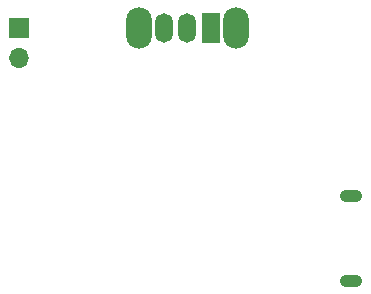
<source format=gbs>
G04 #@! TF.GenerationSoftware,KiCad,Pcbnew,(6.0.10)*
G04 #@! TF.CreationDate,2023-02-14T21:15:34-05:00*
G04 #@! TF.ProjectId,lipo_charger,6c69706f-5f63-4686-9172-6765722e6b69,rev?*
G04 #@! TF.SameCoordinates,Original*
G04 #@! TF.FileFunction,Soldermask,Bot*
G04 #@! TF.FilePolarity,Negative*
%FSLAX46Y46*%
G04 Gerber Fmt 4.6, Leading zero omitted, Abs format (unit mm)*
G04 Created by KiCad (PCBNEW (6.0.10)) date 2023-02-14 21:15:34*
%MOMM*%
%LPD*%
G01*
G04 APERTURE LIST*
%ADD10R,1.700000X1.700000*%
%ADD11O,1.700000X1.700000*%
%ADD12O,2.200000X3.500000*%
%ADD13R,1.500000X2.500000*%
%ADD14O,1.500000X2.500000*%
%ADD15O,1.900000X1.050000*%
G04 APERTURE END LIST*
D10*
X135382000Y-104140000D03*
D11*
X135382000Y-106680000D03*
D12*
X145538000Y-104140000D03*
X153738000Y-104140000D03*
D13*
X151638000Y-104140000D03*
D14*
X149638000Y-104140000D03*
X147638000Y-104140000D03*
D15*
X163480000Y-118405000D03*
X163480000Y-125555000D03*
M02*

</source>
